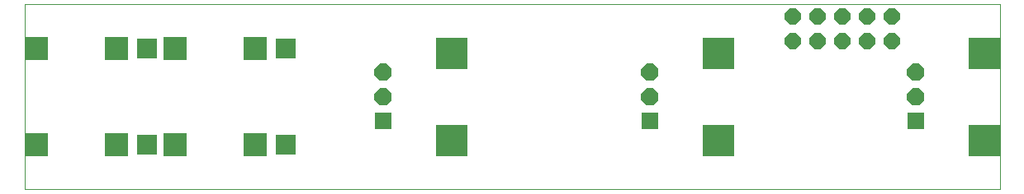
<source format=gbs>
G75*
%MOIN*%
%OFA0B0*%
%FSLAX24Y24*%
%IPPOS*%
%LPD*%
%AMOC8*
5,1,8,0,0,1.08239X$1,22.5*
%
%ADD10C,0.0000*%
%ADD11R,0.0700X0.0700*%
%ADD12OC8,0.0700*%
%ADD13R,0.1267X0.1267*%
%ADD14R,0.0955X0.0955*%
%ADD15R,0.0837X0.0837*%
%ADD16OC8,0.0640*%
D10*
X001160Y002930D02*
X001160Y010430D01*
X040530Y010430D01*
X040530Y002930D01*
X001160Y002930D01*
D11*
X015654Y005696D03*
X026404Y005696D03*
X037154Y005696D03*
D12*
X037154Y006680D03*
X037154Y007664D03*
X026404Y007664D03*
X026404Y006680D03*
X015654Y006680D03*
X015654Y007664D03*
D13*
X018410Y008452D03*
X029160Y008452D03*
X039910Y008452D03*
X039910Y004908D03*
X029160Y004908D03*
X018410Y004908D03*
D14*
X010491Y004730D03*
X007254Y004730D03*
X004891Y004730D03*
X001654Y004730D03*
X001654Y008630D03*
X004891Y008630D03*
X007254Y008630D03*
X010491Y008630D03*
D15*
X011711Y008630D03*
X006111Y008630D03*
X006111Y004730D03*
X011711Y004730D03*
D16*
X032160Y008930D03*
X033160Y008930D03*
X034160Y008930D03*
X035160Y008930D03*
X036160Y008930D03*
X036160Y009930D03*
X035160Y009930D03*
X034160Y009930D03*
X033160Y009930D03*
X032160Y009930D03*
M02*

</source>
